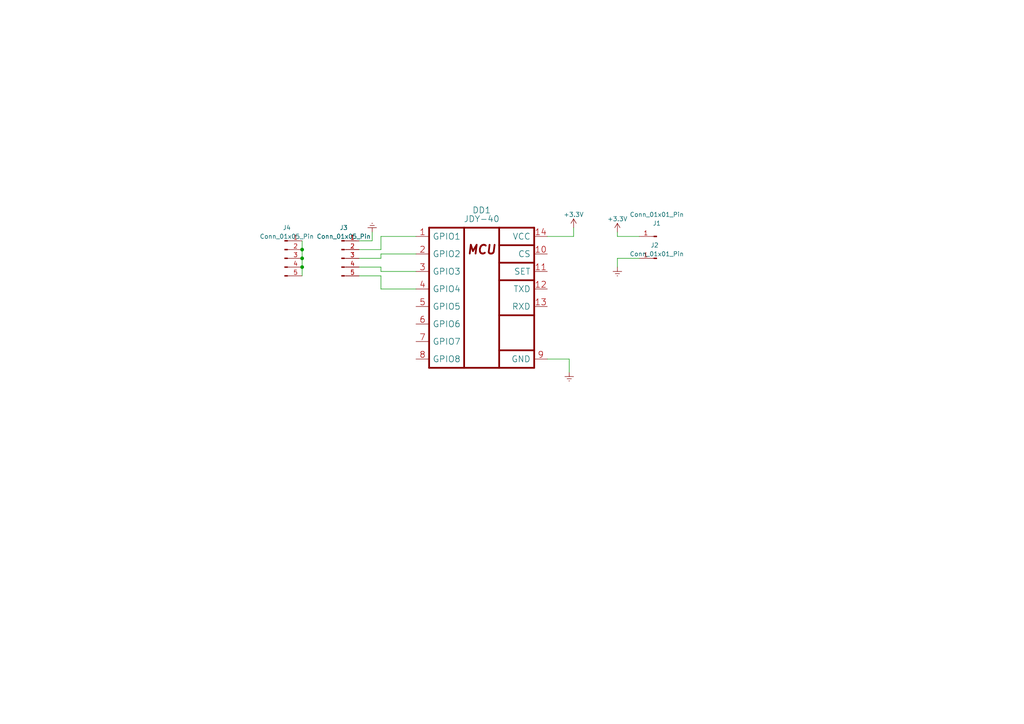
<source format=kicad_sch>
(kicad_sch (version 20230121) (generator eeschema)
  (paper "A4")
  (lib_symbols
    (symbol "Connector:Conn_01x01_Pin" (pin_names (offset 1.016) hide)
      (property "Reference" "J" (at 0 2.54 0))
      (property "Value" "Conn_01x01_Pin" (at 0 -2.54 0))
      (symbol "Conn_01x01_Pin_1_1"
        (polyline (pts (xy 1.27 0) (xy 0.8636 0)) (stroke (width 0.1524)))
        (rectangle (start 0.8636 0.127) (end 0 -0.127) (stroke (width 0.1524)) (fill (type outline)))
        (pin passive line (at 5.08 0 180) (length 3.81) (name "Pin_1") (number "1"))
      )
    )
    (symbol "Connector:Conn_01x05_Pin" (pin_names (offset 1.016) hide)
      (property "Reference" "J" (at 0 7.62 0))
      (property "Value" "Conn_01x05_Pin" (at 0 -7.62 0))
      (symbol "Conn_01x05_Pin_1_1"
        (polyline (pts (xy 1.27 -5.08) (xy 0.8636 -5.08)) (stroke (width 0.1524)))
        (polyline (pts (xy 1.27 -2.54) (xy 0.8636 -2.54)) (stroke (width 0.1524)))
        (polyline (pts (xy 1.27 0) (xy 0.8636 0)) (stroke (width 0.1524)))
        (polyline (pts (xy 1.27 2.54) (xy 0.8636 2.54)) (stroke (width 0.1524)))
        (polyline (pts (xy 1.27 5.08) (xy 0.8636 5.08)) (stroke (width 0.1524)))
        (rectangle (start 0.8636 -4.953) (end 0 -5.207) (stroke (width 0.1524)) (fill (type outline)))
        (rectangle (start 0.8636 -2.413) (end 0 -2.667) (stroke (width 0.1524)) (fill (type outline)))
        (rectangle (start 0.8636 0.127) (end 0 -0.127) (stroke (width 0.1524)) (fill (type outline)))
        (rectangle (start 0.8636 2.667) (end 0 2.413) (stroke (width 0.1524)) (fill (type outline)))
        (rectangle (start 0.8636 5.207) (end 0 4.953) (stroke (width 0.1524)) (fill (type outline)))
        (pin passive line (at 5.08 5.08 180) (length 3.81) (name "Pin_1") (number "1"))
        (pin passive line (at 5.08 2.54 180) (length 3.81) (name "Pin_2") (number "2"))
        (pin passive line (at 5.08 0 180) (length 3.81) (name "Pin_3") (number "3"))
        (pin passive line (at 5.08 -2.54 180) (length 3.81) (name "Pin_4") (number "4"))
        (pin passive line (at 5.08 -5.08 180) (length 3.81) (name "Pin_5") (number "5"))
      )
    )
    (symbol "microcontrollers_jdy40:Microcontrollers_JDY40" (pin_names (offset 1.016))
      (property "Reference" "DD1" (at 15.24 5.5118 0))
      (property "Value" "JDY-40" (at 15.24 2.4384 0))
      (symbol "Microcontrollers_JDY40_0_1"
        (polyline (pts (xy 0 -40.64) (xy 0 0)) (stroke (width 0.508)))
        (polyline (pts (xy 10.16 0) (xy 10.16 -40.64)) (stroke (width 0.508)))
        (polyline (pts (xy 20.32 0) (xy 20.32 -40.64)) (stroke (width 0.508)))
        (polyline (pts (xy 30.48 -5.08) (xy 20.32 -5.08)) (stroke (width 0.508)))
        (polyline (pts (xy 30.48 0) (xy 30.48 -40.64)) (stroke (width 0.508)))
      )
      (symbol "Microcontrollers_JDY40_1_1"
        (polyline (pts (xy 0 -40.64) (xy 30.48 -40.64)) (stroke (width 0.508)))
        (polyline (pts (xy 30.48 -35.56) (xy 20.32 -35.56)) (stroke (width 0.508)))
        (polyline (pts (xy 30.48 -25.4) (xy 20.32 -25.4)) (stroke (width 0.508)))
        (polyline (pts (xy 30.48 -15.24) (xy 20.32 -15.24)) (stroke (width 0.508)))
        (polyline (pts (xy 30.48 -10.16) (xy 20.32 -10.16)) (stroke (width 0.508)))
        (polyline (pts (xy 30.48 0) (xy 0 0)) (stroke (width 0.508)))
        (text "MCU" (at 15.24 -6.35 0) (effects (font (size 2.54 2.54) bold italic)))
        (pin bidirectional line (at -3.81 -2.54 0) (length 3.81) (name "GPIO1") (number "1"))
        (pin input line (at 34.29 -7.62 180) (length 3.81) (name "CS") (number "10"))
        (pin input line (at 34.29 -12.7 180) (length 3.81) (name "SET") (number "11"))
        (pin output line (at 34.29 -17.78 180) (length 3.81) (name "TXD") (number "12"))
        (pin input line (at 34.29 -22.86 180) (length 3.81) (name "RXD") (number "13"))
        (pin power_in line (at 34.29 -2.54 180) (length 3.81) (name "VCC") (number "14"))
        (pin bidirectional line (at -3.81 -7.62 0) (length 3.81) (name "GPIO2") (number "2"))
        (pin bidirectional line (at -3.81 -12.7 0) (length 3.81) (name "GPIO3") (number "3"))
        (pin bidirectional line (at -3.81 -17.78 0) (length 3.81) (name "GPIO4") (number "4"))
        (pin bidirectional line (at -3.81 -22.86 0) (length 3.81) (name "GPIO5") (number "5"))
        (pin bidirectional line (at -3.81 -27.94 0) (length 3.81) (name "GPIO6") (number "6"))
        (pin bidirectional line (at -3.81 -33.02 0) (length 3.81) (name "GPIO7") (number "7"))
        (pin bidirectional line (at -3.81 -38.1 0) (length 3.81) (name "GPIO8") (number "8"))
        (pin power_in line (at 34.29 -38.1 180) (length 3.81) (name "GND") (number "9"))
      )
    )
    (symbol "power:+3.3V" (power) (pin_names (offset 0))
      (property "Value" "+3.3V" (at 0 3.556 0))
      (symbol "+3.3V_0_1"
        (polyline (pts (xy -0.762 1.27) (xy 0 2.54)))
        (polyline (pts (xy 0 0) (xy 0 2.54)))
        (polyline (pts (xy 0 2.54) (xy 0.762 1.27)))
      )
      (symbol "+3.3V_1_1"
        (pin power_in line (at 0 0 90) (length 0) hide (name "+3.3V") (number "1"))
      )
    )
    (symbol "power:Earth" (power) (pin_names (offset 0))
      (symbol "Earth_0_1"
        (polyline (pts (xy -0.635 -1.905) (xy 0.635 -1.905)))
        (polyline (pts (xy -0.127 -2.54) (xy 0.127 -2.54)))
        (polyline (pts (xy 0 -1.27) (xy 0 0)))
        (polyline (pts (xy 1.27 -1.27) (xy -1.27 -1.27)))
      )
      (symbol "Earth_1_1"
        (pin power_in line (at 0 0 270) (length 0) hide (name "Earth") (number "1"))
      )
    )
  )
  (junction (at 87.63 74.93))
  (junction (at 87.63 72.39))
  (junction (at 87.63 77.47))
  (wire (pts (xy 165.1 107.95) (xy 165.1 104.14)))
  (wire (pts (xy 185.42 68.58) (xy 179.07 68.58)))
  (wire (pts (xy 87.63 72.39) (xy 87.63 74.93)))
  (wire (pts (xy 158.75 68.58) (xy 166.37 68.58)))
  (wire (pts (xy 179.07 74.93) (xy 179.07 77.47)))
  (wire (pts (xy 107.95 67.31) (xy 107.95 69.85)))
  (wire (pts (xy 104.14 72.39) (xy 110.49 72.39)))
  (wire (pts (xy 110.49 73.66) (xy 110.49 74.93)))
  (wire (pts (xy 120.65 73.66) (xy 110.49 73.66)))
  (wire (pts (xy 110.49 68.58) (xy 110.49 72.39)))
  (wire (pts (xy 104.14 77.47) (xy 110.49 77.47)))
  (wire (pts (xy 179.07 68.58) (xy 179.07 67.31)))
  (wire (pts (xy 87.63 69.85) (xy 87.63 72.39)))
  (wire (pts (xy 104.14 80.01) (xy 110.49 80.01)))
  (wire (pts (xy 158.75 104.14) (xy 165.1 104.14)))
  (wire (pts (xy 87.63 74.93) (xy 87.63 77.47)))
  (wire (pts (xy 104.14 74.93) (xy 110.49 74.93)))
  (wire (pts (xy 87.63 77.47) (xy 87.63 80.01)))
  (wire (pts (xy 120.65 68.58) (xy 110.49 68.58)))
  (wire (pts (xy 110.49 78.74) (xy 110.49 77.47)))
  (wire (pts (xy 107.95 69.85) (xy 104.14 69.85)))
  (wire (pts (xy 110.49 83.82) (xy 110.49 80.01)))
  (wire (pts (xy 179.07 74.93) (xy 185.42 74.93)))
  (wire (pts (xy 166.37 66.04) (xy 166.37 68.58)))
  (wire (pts (xy 120.65 78.74) (xy 110.49 78.74)))
  (wire (pts (xy 120.65 83.82) (xy 110.49 83.82)))
  (symbol (lib_id "Connector:Conn_01x01_Pin") (at 190.5 74.93 180) (unit 1)
    (property "Reference" "J2" (at 189.865 71.12 0))
    (property "Value" "Conn_01x01_Pin" (at 190.5 73.66 0))
    (property "Footprint" "Connector_PinHeader_2.54mm:PinHeader_1x01_P2.54mm_Horizontal" (effects hide))
  )
  (symbol (lib_id "power:+3.3V") (at 179.07 67.31 0) (unit 1)
    (property "Reference" "#PWR04" (effects hide))
    (property "Value" "+3.3V" (at 179.07 63.5 0))
  )
  (symbol (lib_id "microcontrollers_jdy40:Microcontrollers_JDY40") (at 124.46 66.04 0) (unit 1)
    (property "Reference" "DD1" (at 139.7 60.96 0) (effects (font (size 1.778 1.778))))
    (property "Value" "JDY-40" (at 139.7 63.5 0) (effects (font (size 1.778 1.778))))
    (property "Footprint" "RF_Module:JDY40" (effects hide))
  )
  (symbol (lib_id "power:Earth") (at 179.07 77.47 0) (unit 1)
    (property "Reference" "#PWR03" (effects hide))
    (property "Value" "Earth" (effects hide))
  )
  (symbol (lib_id "Connector:Conn_01x01_Pin") (at 190.5 68.58 180) (unit 1)
    (property "Reference" "J1" (at 190.5 64.77 0))
    (property "Value" "Conn_01x01_Pin" (at 190.5 62.23 0))
    (property "Footprint" "Connector_PinHeader_2.54mm:PinHeader_1x01_P2.54mm_Vertical" (effects hide))
  )
  (symbol (lib_id "power:+3.3V") (at 166.37 66.04 0) (unit 1)
    (property "Reference" "#PWR05" (effects hide))
    (property "Value" "+3.3V" (at 166.37 62.23 0))
  )
  (symbol (lib_id "Connector:Conn_01x05_Pin") (at 99.06 74.93 0) (unit 1)
    (property "Reference" "J3" (at 99.695 66.04 0))
    (property "Value" "Conn_01x05_Pin" (at 99.695 68.58 0))
    (property "Footprint" "Connector_PinHeader_2.54mm:PinHeader_1x05_P2.54mm_Vertical" (effects hide))
  )
  (symbol (lib_id "power:Earth") (at 107.95 67.31 180) (unit 1)
    (property "Reference" "#PWR02" (effects hide))
    (property "Value" "Earth" (effects hide))
  )
  (symbol (lib_id "Connector:Conn_01x05_Pin") (at 82.55 74.93 0) (unit 1)
    (property "Reference" "J4" (at 83.185 66.04 0))
    (property "Value" "Conn_01x05_Pin" (at 83.185 68.58 0))
    (property "Footprint" "Connector_PinHeader_2.54mm:PinHeader_1x05_P2.54mm_Vertical" (effects hide))
  )
  (symbol (lib_id "power:Earth") (at 165.1 107.95 0) (unit 1)
    (property "Reference" "#PWR01" (effects hide))
    (property "Value" "Earth" (effects hide))
  )
)
</source>
